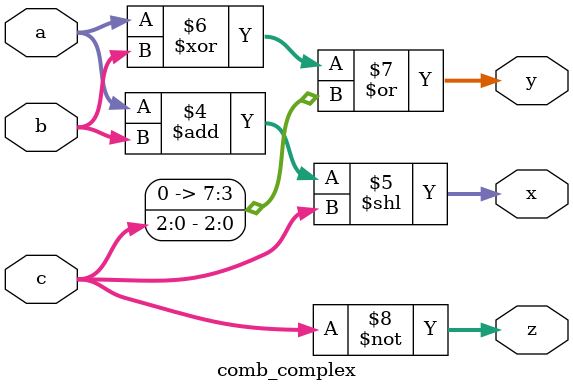
<source format=sv>
module comb_complex (
    input bit [7:0] a,
    input bit [7:0] b,
    input bit [2:0] c,
    output bit [7:0] x,
    output bit [7:0] y,
    output bit [2:0] z
);
    always @* begin
    bit [7:0] temp_sum;
    temp_sum = a + b;
    x = temp_sum << c;
    y = (a ^ b) | {{(8-3){1'b0}}, c};
    z = ~c;
      end
endmodule


</source>
